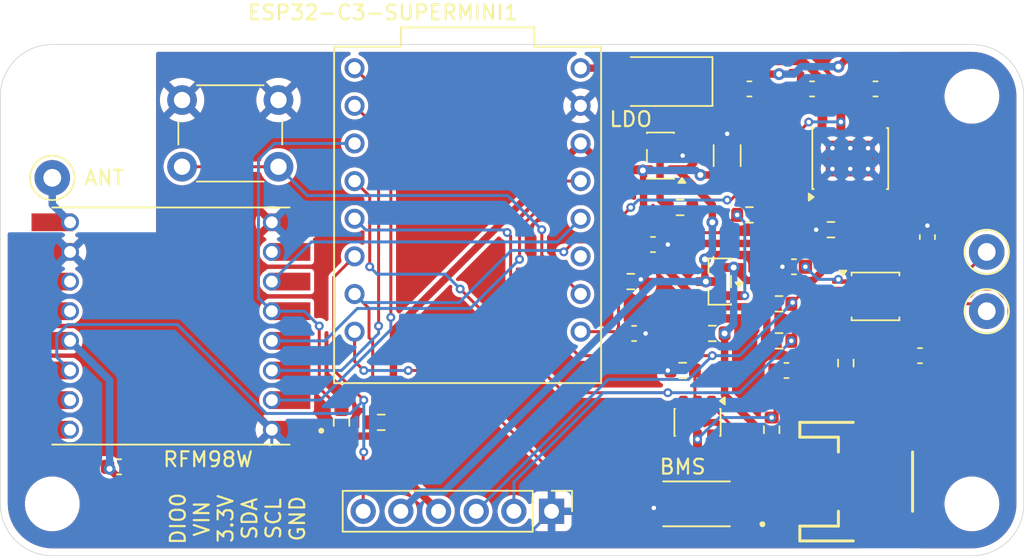
<source format=kicad_pcb>
(kicad_pcb (version 20241229) (generator "pcbnew") (generator_version "9.0")
  (layers (0 "F.Cu" signal) (2 "B.Cu" signal) (13 "F.Paste" user) (15 "B.Paste" user) (5 "F.SilkS" user "F.Silkscreen") (7 "B.SilkS" user "B.Silkscreen") (1 "F.Mask" user) (3 "B.Mask" user) (25 "Edge.Cuts" user))
  (net 0 "")
  (net 1 "3.3V")
  (net 2 "GND")
  (net 3 "ANT")
  (net 4 "V_IN")
  (net 5 "V_USB")
  (net 6 "BATT_PLUS")
  (net 7 "BATT_MINUS")
  (net 8 "LORA_MOSI")
  (net 9 "LORA_RST")
  (net 10 "LORA_MISO")
  (net 11 "LORA_NSS")
  (net 12 "LORA_SCK")
  (net 13 "LORA_DIO0")
  (net 14 "OD")
  (net 15 "OC")
  (net 16 "SDA")
  (net 17 "SCL")
  (net 18 "LRA-")
  (net 19 "LRA+")
  (net 23 "Net-(BATT_PROT1-VCC)")
  (net 25 "Net-(BATT_PROT1-CS)")
  (net 26 "Net-(BMS_FET1-Pad1)")
  (net 27 "Net-(LRA_DRV1-REG)")
  (net 28 "Net-(CHRG_MOD1-PROG)")
  (net 31 "CHRG")
  (net 33 "DRV_EN")
  (net 34 "Net-(ESP32-C3-SUPERMINI1-GPIO1)")
  (net 35 "Net-(ESP32-C3-SUPERMINI1-GPIO0)")
  (net 46 "Net-(MOSFET1-G)")
  (footprint "PCM_SparkFun-Resistor:R_0603_1608Metric" (layer "F.Cu") (at 123 79.5)
    (property "Reference" "R8")
    (property "Value" "100k")
  )
  (footprint "Package_SO:VSSOP-10_3x3mm_P0.5mm" (layer "F.Cu") (at 134 77)
    (property "Reference" "LRA_DRV1" (hide yes))
    (property "Value" "DRV2605LDGS" (hide yes))
  )
  (footprint "PCM_SparkFun-Resistor:R_0603_1608Metric" (layer "F.Cu") (at 117.5 76)
    (property "Reference" "R3")
    (property "Value" "100k")
  )
  (footprint "PCM_SparkFun-Resistor:R_0603_1608Metric" (layer "F.Cu") (at 131 72.5)
    (property "Reference" "R1")
    (property "Value" "2.0k")
  )
  (footprint "PCM_SparkFun-Capacitor:C_0603_1608Metric" (layer "F.Cu") (at 119 73.5)
    (property "Reference" "C7")
    (property "Value" "100nF")
  )
  (footprint "PCM_SparkFun-Resistor:R_0603_1608Metric" (layer "F.Cu") (at 120.825 71)
    (property "Reference" "R9")
    (property "Value" "10k")
  )
  (footprint "PCM_SparkFun-Capacitor:C_0603_1608Metric" (layer "F.Cu") (at 128.5 75 180)
    (property "Reference" "C8")
    (property "Value" "1.0uF")
  )
  (footprint "RFM98W-433S2:XCVR_RFM98W-433S2" (layer "F.Cu") (at 86.5 79 180)
    (property "Reference" "RFM98W")
    (property "Value" "RFM98W-433S2" (hide yes))
  )
  (footprint "MountingHole:MountingHole_3.2mm_M3" (layer "F.Cu") (at 140.5 91)
    (property "Reference" "MOUNT4" (hide yes))
    (property "Value" "MountingHole_M3" (hide yes))
  )
  (footprint "ESP32-C3_SUPERMINI_TH:MODULE_ESP32-C3_SUPERMINI_TH" (layer "F.Cu") (at 106.5 71.5)
    (property "Reference" "ESP32-C3-SUPERMINI1")
    (property "Value" "ESP32-C3_SUPERMINI_TH" (hide yes))
  )
  (footprint "Connector_Pin:Pin_D1.0mm_L10.0mm_LooseFit" (layer "F.Cu") (at 141.5 78 90)
    (property "Reference" "LRA+1" (hide yes))
    (property "Value" "PINHD_1x1_Male" (hide yes))
  )
  (footprint "MountingHole:MountingHole_3.2mm_M3" (layer "F.Cu") (at 78.5 63.5)
    (property "Reference" "MOUNT1" (hide yes))
    (property "Value" "MountingHole_M3" (hide yes))
  )
  (footprint "PCM_SparkFun-Capacitor:C_0603_1608Metric" (layer "F.Cu") (at 128 82)
    (property "Reference" "C9")
    (property "Value" "0.1uF")
  )
  (footprint "Button_Switch_THT:SW_PUSH_6mm" (layer "F.Cu") (at 87.25 63.75)
    (property "Reference" "INPT_BTN1" (hide yes))
    (property "Value" "Push_Button" (hide yes))
  )
  (footprint "PCM_SparkFun-Resistor:R_0603_1608Metric" (layer "F.Cu") (at 100.675 85.5)
    (property "Reference" "R12")
    (property "Value" "10k")
  )
  (footprint "PCM_SparkFun-Resistor:R_0603_1608Metric" (layer "F.Cu") (at 98 85.5 90)
    (property "Reference" "R2")
    (property "Value" "5.1k")
  )
  (footprint "Package_TO_SOT_SMD:SOT-23-5" (layer "F.Cu") (at 119.5 67.5 180)
    (property "Reference" "LDO")
    (property "Value" "XC6220B331MR" (hide yes))
  )
  (footprint "PCM_SparkFun-Capacitor:C_0603_1608Metric" (layer "F.Cu") (at 117.725 79.5 180)
    (property "Reference" "C10")
    (property "Value" "0.1uF")
  )
  (footprint "PCM_SparkFun-Resistor:R_0603_1608Metric" (layer "F.Cu") (at 132 81.5 90)
    (property "Reference" "R11")
    (property "Value" "100k")
  )
  (footprint "PCM_SparkFun-Resistor:R_0603_1608Metric" (layer "F.Cu") (at 125.5 71.5 180)
    (property "Reference" "R10")
    (property "Value" "100k")
  )
  (footprint "PCM_SparkFun-Capacitor:C_0603_1608Metric" (layer "F.Cu") (at 137.5 73 90)
    (property "Reference" "C11")
    (property "Value" "0.1uF")
  )
  (footprint "PCM_SparkFun-Resistor:R_0603_1608Metric" (layer "F.Cu") (at 121 82 180)
    (property "Reference" "R7")
    (property "Value" "1k")
  )
  (footprint "Connector_Pin:Pin_D1.0mm_L10.0mm_LooseFit" (layer "F.Cu") (at 78.5 69)
    (property "Reference" "ANT")
    (property "Value" "PINHD_1x1_Male" (hide yes))
  )
  (footprint "Diode_SMD:D_SMA" (layer "F.Cu") (at 119.5 62.5 180)
    (property "Reference" "SSD1" (hide yes))
    (property "Value" "SS14" (hide yes))
  )
  (footprint "Connector_Pin:Pin_D1.0mm_L10.0mm_LooseFit" (layer "F.Cu") (at 141.5 74)
    (property "Reference" "LRA-1" (hide yes))
    (property "Value" "PINHD_1x1_Male" (hide yes))
  )
  (footprint "PCM_SparkFun-Capacitor:C_0603_1608Metric" (layer "F.Cu") (at 134 63)
    (property "Reference" "C4")
    (property "Value" "10uF")
  )
  (footprint "Package_SO:SOIC-8-1EP_3.9x4.9mm_P1.27mm_EP2.41x3.3mm_ThermalVias" (layer "F.Cu") (at 132.3 67.7 90)
    (property "Reference" "CHRG_MOD1" (hide yes))
    (property "Value" "TP4056-42-ESOP8" (hide yes))
  )
  (footprint "PCM_SparkFun-Capacitor:C_0603_1608Metric" (layer "F.Cu") (at 83 88.5 180)
    (property "Reference" "C1")
    (property "Value" "10uF")
  )
  (footprint "PCM_SparkFun-Capacitor:C_1206_3216Metric" (layer "F.Cu") (at 124 67.5 -90)
    (property "Reference" "C6")
    (property "Value" "100uF")
  )
  (footprint "PCM_SparkFun-Resistor:R_0603_1608Metric" (layer "F.Cu") (at 127.5 77.5)
    (property "Reference" "R5")
    (property "Value" "4.7k")
  )
  (footprint "PCM_SparkFun-Capacitor:C_0603_1608Metric" (layer "F.Cu") (at 129.725 63)
    (property "Reference" "C3")
    (property "Value" "10uF")
  )
  (footprint "PCM_SparkFun-Resistor:R_0603_1608Metric" (layer "F.Cu") (at 127.5 80 180)
    (property "Reference" "R4")
    (property "Value" "4.7k")
  )
  (footprint "MountingHole:MountingHole_3.2mm_M3" (layer "F.Cu") (at 78.5 91)
    (property "Reference" "MOUNT3" (hide yes))
    (property "Value" "MountingHole_M3" (hide yes))
  )
  (footprint "PCM_SparkFun-Capacitor:C_0603_1608Metric" (layer "F.Cu") (at 125.5 63 180)
    (property "Reference" "C5")
    (property "Value" "10uF")
  )
  (footprint "PCM_SparkFun-Resistor:R_0603_1608Metric" (layer "F.Cu") (at 127 86 90)
    (property "Reference" "R6")
    (property "Value" "100")
  )
  (footprint "Package_TO_SOT_SMD:SOT-23" (layer "F.Cu") (at 123.5 76 180)
    (property "Reference" "MOSFET1" (hide yes))
    (property "Value" "AO3401A" (hide yes))
  )
  (footprint "PCM_SparkFun-Capacitor:C_0603_1608Metric" (layer "F.Cu") (at 137 81 180)
    (property "Reference" "C2")
    (property "Value" "10uF")
  )
  (footprint "MountingHole:MountingHole_3.2mm_M3" (layer "F.Cu") (at 140.5 63.5)
    (property "Reference" "MOUNT2" (hide yes))
    (property "Value" "MountingHole_M3" (hide yes))
  )
  (footprint "PCM_SparkFun-Connector:JST_1x02_P2.0mm_Horizontal_SMD" (layer "F.Cu") (at 133.5 89.5 -90)
    (property "Reference" "BATT_CON1")
    (property "Value" "JST_2mm_LiPo")
  )
  (footprint "FS8205A:SOP65P640X120-8N" (layer "F.Cu") (at 121.9357 91 180)
    (property "Reference" "BMS")
    (property "Value" "FS8205A" (hide yes))
  )
  (footprint "Package_TO_SOT_SMD:SOT-23-6" (layer "F.Cu") (at 122 85.5 -90)
    (property "Reference" "BATT_PROT1" (hide yes))
    (property "Value" "DW01A" (hide yes))
  )
  (footprint "Connector_PinHeader_2.54mm:PinHeader_1x06_P2.54mm_Vertical" (layer "F.Cu") (at 112.16 91.5 -90)
    (property "Reference" "DIO0" (hide yes))
    (property "Value" "PINHD_1x6_Male" (hide yes))
  )
  (gr_arc (start 144 91) (mid 142.974874 93.474874) (end 140.5 94.5) (stroke (width 0.05)) (layer "Edge.Cuts"))
  (gr_line (start 140.5 94.5) (end 78.5 94.5) (stroke (width 0.05)) (layer "Edge.Cuts"))
  (gr_line (start 78.5 60) (end 140.5 60) (stroke (width 0.05)) (layer "Edge.Cuts"))
  (gr_arc (start 140.5 60) (mid 142.974874 61.025126) (end 144 63.5) (stroke (width 0.05)) (layer "Edge.Cuts"))
  (gr_arc (start 75 63.5) (mid 76.025126 61.025126) (end 78.5 60) (stroke (width 0.05)) (layer "Edge.Cuts"))
  (gr_arc (start 78.5 94.5) (mid 76.025126 93.474874) (end 75 91) (stroke (width 0.05)) (layer "Edge.Cuts"))
  (gr_line (start 75 63.5) (end 75 91) (stroke (width 0.05)) (layer "Edge.Cuts"))
  (gr_line (start 144 63.5) (end 144 91) (stroke (width 0.05)) (layer "Edge.Cuts"))
  (gr_text "DIO0\nVIN\n3.3V\nSDA\nSCL\nGND" (at 91 92 90) (layer "F.SilkS") (effects (font (size 1 1))))
  (segment (start 101.5 88.46) (end 104.54 91.5) (width 0.5) (layer "F.Cu") (net 1))
  (segment (start 98.101 86.426) (end 98 86.325) (width 0.5) (layer "F.Cu") (net 1))
  (segment (start 101.5 85.5) (end 100.574 86.426) (width 0.5) (layer "F.Cu") (net 1))
  (segment (start 118.3625 68.45) (end 118.3625 73.3625) (width 0.5) (layer "F.Cu") (net 1))
  (segment (start 122.426 77.701) (end 126.474 77.701) (width 0.5) (layer "F.Cu") (net 1))
  (segment (start 126.675 77.5) (end 126.675 80) (width 0.5) (layer "F.Cu") (net 1))
  (segment (start 101.5 79.3) (end 101.5 85.5) (width 0.5) (layer "F.Cu") (net 1))
  (segment (start 118.3625 68.45) (end 118.3125 68.5) (width 0.5) (layer "F.Cu") (net 1))
  (segment (start 94.825 89.5) (end 83 89.5) (width 0.5) (layer "F.Cu") (net 1))
  (segment (start 98 86.325) (end 94.825 89.5) (width 0.5) (layer "F.Cu") (net 1))
  (segment (start 115.94 68.5) (end 114.12 66.68) (width 0.5) (layer "F.Cu") (net 1))
  (segment (start 101.5 85.5) (end 101.5 88.46) (width 0.5) (layer "F.Cu") (net 1))
  (segment (start 118.3625 73.3625) (end 118.225 73.5) (width 0.5) (layer "F.Cu") (net 1))
  (segment (start 122.194791 68.805209) (end 123.830209 68.805209) (width 0.5) (layer "F.Cu") (net 1))
  (segment (start 118.3125 68.5) (end 115.94 68.5) (width 0.5) (layer "F.Cu") (net 1))
  (segment (start 83 89.275) (end 82.225 88.5) (width 0.5) (layer "F.Cu") (net 1))
  (segment (start 82.225 88.5) (end 82.3625 88.6375) (width 0.5) (layer "F.Cu") (net 1))
  (segment (start 114.12 66.68) (end 101.5 79.3) (width 0.5) (layer "F.Cu") (net 1))
  (segment (start 83 89.5) (end 83 89.275) (width 0.5) (layer "F.Cu") (net 1))
  (segment (start 100.574 86.426) (end 98.101 86.426) (width 0.5) (layer "F.Cu") (net 1))
  (segment (start 126.474 77.701) (end 126.675 77.5) (width 0.5) (layer "F.Cu") (net 1))
  (segment (start 118.225 73.5) (end 122.426 77.701) (width 0.5) (layer "F.Cu") (net 1))
  (segment (start 123.830209 68.805209) (end 124 68.975) (width 0.5) (layer "F.Cu") (net 1))
  (via (at 118.3125 68.5) (size 0.8) (drill 0.4) (layers "F.Cu" "B.Cu") (net 1))
  (via (at 82.3625 88.6375) (size 0.8) (drill 0.4) (layers "F.Cu" "B.Cu") (net 1))
  (via (at 122.194791 68.805209) (size 0.8) (drill 0.4) (layers "F.Cu" "B.Cu") (net 1))
  (segment (start 82.3625 88.6375) (end 82.3625 82.6625) (width 0.5) (layer "B.Cu") (net 1))
  (segment (start 121.889582 68.5) (end 122.194791 68.805209) (width 0.5) (layer "B.Cu") (net 1))
  (segment (start 82.3625 82.6625) (end 79.7 80) (width 0.5) (layer "B.Cu") (net 1))
  (segment (start 118.3125 68.5) (end 121.889582 68.5) (width 0.5) (layer "B.Cu") (net 1))
  (segment (start 143.001 78.999) (end 141 81) (width 0.2) (layer "F.Cu") (net 2))
  (segment (start 140.878265 76.499) (end 142.121735 76.499) (width 0.2) (layer "F.Cu") (net 2))
  (segment (start 136.2 77) (end 140.377265 77) (width 0.2) (layer "F.Cu") (net 2))
  (segment (start 120.6375 67.5) (end 121 67.5) (width 0.2) (layer "F.Cu") (net 2))
  (segment (start 130.175 72.5) (end 130 72.5) (width 0.2) (layer "F.Cu") (net 2))
  (segment (start 120.175 82) (end 120 82) (width 0.2) (layer "F.Cu") (net 2))
  (segment (start 132.935 68.965) (end 133.5 68.4) (width 0.2) (layer "F.Cu") (net 2))
  (segment (start 132.935 70.175) (end 132.935 68.965) (width 0.2) (layer "F.Cu") (net 2))
  (segment (start 140.377265 77) (end 140.878265 76.499) (width 0.2) (layer "F.Cu") (net 2))
  (segment (start 143.001 77.378265) (end 143.001 78.999) (width 0.2) (layer "F.Cu") (net 2))
  (segment (start 141 81) (end 137.775 81) (width 0.2) (layer "F.Cu") (net 2))
  (segment (start 142.121735 76.499) (end 143.001 77.378265) (width 0.2) (layer "F.Cu") (net 2))
  (segment (start 119.775 73.5) (end 120 73.5) (width 0.2) (layer "F.Cu") (net 2))
  (segment (start 119.0557 91.275) (end 119.0557 90.675) (width 0.2) (layer "F.Cu") (net 2))
  (via (at 118.177665 75.852665) (size 0.6) (drill 0.3) (layers "F.Cu" "B.Cu") (net 2))
  (via (at 137.5 72.225) (size 0.6) (drill 0.3) (layers "F.Cu" "B.Cu") (net 2))
  (via (at 121 67.5) (size 0.6) (drill 0.3) (layers "F.Cu" "B.Cu") (net 2))
  (via (at 127.725 75) (size 0.6) (drill 0.3) (layers "F.Cu" "B.Cu") (net 2))
  (via (at 124 66.025) (size 0.6) (drill 0.3) (layers "F.Cu" "B.Cu") (net 2))
  (via (at 120 82) (size 0.6) (drill 0.3) (layers "F.Cu" "B.Cu") (net 2))
  (via (at 130 72.5) (size 0.6) (drill 0.3) (layers "F.Cu" "B.Cu") (net 2))
  (via (at 120 73.5) (size 0.6) (drill 0.3) (layers "F.Cu" "B.Cu") (net 2))
  (via (at 118.5 79.5) (size 0.6) (drill 0.3) (layers "F.Cu" "B.Cu") (net 2))
  (via (at 119.0557 91.275) (size 0.6) (drill 0.3) (layers "F.Cu" "B.Cu") (net 2))
  (segment (start 120 73.5) (end 120 74.03033) (width 0.2) (layer "B.Cu") (net 2))
  (segment (start 121 67.5) (end 122.475 66.025) (width 0.2) (layer "B.Cu") (net 2))
  (segment (start 122.475 66.025) (end 124 66.025) (width 0.2) (layer "B.Cu") (net 2))
  (segment (start 120 82) (end 118.5 80.5) (width 0.2) (layer "B.Cu") (net 2))
  (segment (start 111.009 92.651) (end 98.98324 92.651) (width 0.2) (layer "B.Cu") (net 2))
  (segment (start 93.3 86.96776) (end 93.3 86) (width 0.2) (layer "B.Cu") (net 2))
  (segment (start 98.98324 92.651) (end 93.3 86.96776) (width 0.2) (layer "B.Cu") (net 2))
  (segment (start 127.725 74.775) (end 127.725 75) (width 0.2) (layer "B.Cu") (net 2))
  (segment (start 120 74.03033) (end 118.177665 75.852665) (width 0.2) (layer "B.Cu") (net 2))
  (segment (start 118.8307 91.5) (end 119.0557 91.275) (width 0.2) (layer "B.Cu") (net 2))
  (segment (start 118.5 80.5) (end 118.5 79.5) (width 0.2) (layer "B.Cu") (net 2))
  (segment (start 112.16 91.5) (end 118.8307 91.5) (width 0.2) (layer "B.Cu") (net 2))
  (segment (start 130 72.5) (end 127.725 74.775) (width 0.2) (layer "B.Cu") (net 2))
  (segment (start 112.16 91.5) (end 111.009 92.651) (width 0.2) (layer "B.Cu") (net 2))
  (segment (start 133.5 68.225) (end 137.5 72.225) (width 0.2) (layer "B.Cu") (net 2))
  (segment (start 78.5 70.8) (end 79.7 72) (width 0.5) (layer "B.Cu") (net 3))
  (segment (start 78.5 69) (end 78.5 70.8) (width 0.5) (layer "B.Cu") (net 3))
  (segment (start 131.5 61.5) (end 132 61) (width 0.5) (layer "F.Cu") (net 4))
  (segment (start 127.5 62) (end 125.725 62) (width 0.5) (layer "F.Cu") (net 4))
  (segment (start 135 76.229044) (end 135 77.770956) (width 0.5) (layer "F.Cu") (net 4))
  (segment (start 132 61) (end 135.212242 61) (width 0.5) (layer "F.Cu") (net 4))
  (segment (start 136.5 62.287758) (end 136.5 72.775) (width 0.5) (layer "F.Cu") (net 4))
  (segment (start 121.5 65.6875) (end 120.6375 66.55) (width 0.5) (layer "F.Cu") (net 4))
  (segment (start 122.5 75.9375) (end 122.5625 76) (width 0.5) (layer "F.Cu") (net 4))
  (segment (start 135 77.770956) (end 135.330044 78.101) (width 0.5) (layer "F.Cu") (net 4))
  (segment (start 135.330044 78.101) (end 136.2 78.101) (width 0.5) (layer "F.Cu") (net 4))
  (segment (start 137.5 73.775) (end 137.5 74.7) (width 0.5) (layer "F.Cu") (net 4))
  (segment (start 123 70.8125) (end 123 72) (width 0.5) (layer "F.Cu") (net 4))
  (segment (start 125.725 62) (end 124.725 63) (width 0.5) (layer "F.Cu") (net 4))
  (segment (start 121.299999 68.45) (end 120.6375 68.45) (width 0.5) (layer "F.Cu") (net 4))
  (segment (start 120.6375 66.55) (end 121.2041 66.55) (width 0.5) (layer "F.Cu") (net 4))
  (segment (start 121.751 67.0969) (end 121.751 67.998999) (width 0.5) (layer "F.Cu") (net 4))
  (segment (start 136.5 72.775) (end 137.5 73.775) (width 0.5) (layer "F.Cu") (net 4))
  (segment (start 121.5 62.5) (end 124.225 62.5) (width 0.5) (layer "F.Cu") (net 4))
  (segment (start 121.751 67.998999) (end 121.299999 68.45) (width 0.5) (layer "F.Cu") (net 4))
  (segment (start 124.225 62.5) (end 124.725 63) (width 0.5) (layer "F.Cu") (net 4))
  (segment (start 135.330044 75.899) (end 135 76.229044) (width 0.5) (layer "F.Cu") (net 4))
  (segment (start 137.5 74.7) (end 136.301 75.899) (width 0.5) (layer "F.Cu") (net 4))
  (segment (start 136.225 81) (end 136.225 78.126) (width 0.5) (layer "F.Cu") (net 4))
  (segment (start 136.301 75.899) (end 135.330044 75.899) (width 0.5) (layer "F.Cu") (net 4))
  (segment (start 121.5 62.5) (end 121.5 65.6875) (width 0.5) (layer "F.Cu") (net 4))
  (segment (start 136.225 78.126) (end 136.2 78.101) (width 0.5) (layer "F.Cu") (net 4))
  (segment (start 120.6375 68.45) (end 123 70.8125) (width 0.5) (layer "F.Cu") (net 4))
  (segment (start 122.5 74.5) (end 122.5 75.9375) (width 0.5) (layer "F.Cu") (net 4))
  (segment (start 135.212242 61) (end 136.5 62.287758) (width 0.5) (layer "F.Cu") (net 4))
  (segment (start 121.2041 66.55) (end 121.751 67.0969) (width 0.5) (layer "F.Cu") (net 4))
  (via (at 123 72) (size 0.8) (drill 0.4) (layers "F.Cu" "B.Cu") (net 4))
  (via (at 122.5 74.5) (size 0.8) (drill 0.4) (layers "F.Cu" "B.Cu") (net 4))
  (via (at 127.5 62) (size 0.8) (drill 0.4) (layers "F.Cu" "B.Cu") (net 4))
  (via (at 131.5 61.5) (size 0.8) (drill 0.4) (layers "F.Cu" "B.Cu") (net 4))
  (via (at 122.5625 76) (size 0.8) (drill 0.4) (layers "F.Cu" "B.Cu") (net 4))
  (segment (start 123 74) (end 122.5 74.5) (width 0.5) (layer "B.Cu") (net 4))
  (segment (start 127.5 62) (end 128.5 62) (width 0.5) (layer "B.Cu") (net 4))
  (segment (start 129 61.5) (end 131.5 61.5) (width 0.5) (layer "B.Cu") (net 4))
  (segment (start 103.301 90.199) (end 102 91.5) (width 0.5) (layer "B.Cu") (net 4))
  (segment (start 104.891991 90.199) (end 103.301 90.199) (width 0.5) (layer "B.Cu") (net 4))
  (segment (start 122.5625 76) (end 119.090991 76) (width 0.5) (layer "B.Cu") (net 4))
  (segment (start 128.5 62) (end 129 61.5) (width 0.5) (layer "B.Cu") (net 4))
  (segment (start 123 72) (end 123 74) (width 0.5) (layer "B.Cu") (net 4))
  (segment (start 119.090991 76) (end 104.891991 90.199) (width 0.5) (layer "B.Cu") (net 4))
  (segment (start 120 71) (end 122.426 73.426) (width 0.5) (layer "F.Cu") (net 5))
  (segment (start 134.205 71.521196) (end 134.205 70.175) (width 0.5) (layer "F.Cu") (net 5))
  (segment (start 132.300196 73.426) (end 134.205 71.521196) (width 0.5) (layer "F.Cu") (net 5))
  (segment (start 117.5 62.5) (end 119.476 64.476) (width 0.5) (layer "F.Cu") (net 5))
  (segment (start 122.426 73.426) (end 132.300196 73.426) (width 0.5) (layer "F.Cu") (net 5))
  (segment (start 130.5 65.12) (end 130.395 65.225) (width 0.5) (layer "F.Cu") (net 5))
  (segment (start 114.12 61.6) (end 116.6 61.6) (width 0.5) (layer "F.Cu") (net 5))
  (segment (start 130.5 62.5) (end 130.5 63) (width 0.5) (layer "F.Cu") (net 5))
  (segment (start 119.476 64.476) (end 119.476 70.476) (width 0.5) (layer "F.Cu") (net 5))
  (segment (start 117.5 62.5) (end 118.851 61.149) (width 0.5) (layer "F.Cu") (net 5))
  (segment (start 130.5 63) (end 130.5 65.12) (width 0.5) (layer "F.Cu") (net 5))
  (segment (start 129.149 61.149) (end 130.5 62.5) (width 0.5) (layer "F.Cu") (net 5))
  (segment (start 119.476 70.476) (end 120 71) (width 0.5) (layer "F.Cu") (net 5))
  (segment (start 118.851 61.149) (end 129.149 61.149) (width 0.5) (layer "F.Cu") (net 5))
  (segment (start 116.6 61.6) (end 117.5 62.5) (width 0.5) (layer "F.Cu") (net 5))
  (segment (start 123.825 83.65) (end 123.825 79.5) (width 0.5) (layer "F.Cu") (net 6))
  (segment (start 129.8 90.5) (end 128 90.5) (width 0.5) (layer "F.Cu") (net 6))
  (segment (start 131.585242 74.127) (end 132.59056 74.127) (width 0.5) (layer "F.Cu") (net 6))
  (segment (start 134.956 71.76156) (end 134.956 65.976) (width 0.5) (layer "F.Cu") (net 6))
  (segment (start 125.3135 75.926) (end 129.786242 75.926) (width 0.5) (layer "F.Cu") (net 6))
  (segment (start 134.205 65.225) (end 134.205 63.98) (width 0.5) (layer "F.Cu") (net 6))
  (segment (start 132.59056 74.127) (end 134.956 71.76156) (width 0.5) (layer "F.Cu") (net 6))
  (segment (start 124.4375 75.05) (end 125.3135 75.926) (width 0.5) (layer "F.Cu") (net 6))
  (segment (start 127 89.5) (end 127 86.825) (width 0.5) (layer "F.Cu") (net 6))
  (segment (start 127 86.825) (end 123.825 83.65) (width 0.5) (layer "F.Cu") (net 6))
  (segment (start 128 90.5) (end 127 89.5) (width 0.5) (layer "F.Cu") (net 6))
  (segment (start 133.225 63) (end 133.5 63) (width 0.2) (layer "F.Cu") (net 6))
  (segment (start 129.786242 75.926) (end 131.585242 74.127) (width 0.5) (layer "F.Cu") (net 6))
  (segment (start 134.205 63.98) (end 133.225 63) (width 0.5) (layer "F.Cu") (net 6))
  (segment (start 134.956 65.976) (end 134.205 65.225) (width 0.5) (layer "F.Cu") (net 6))
  (via (at 124.4375 75.05) (size 0.8) (drill 0.4) (layers "F.Cu" "B.Cu") (net 6))
  (via (at 123.825 79.5) (size 0.8) (drill 0.4) (layers "F.Cu" "B.Cu") (net 6))
  (segment (start 124.4375 75.05) (end 124.4375 78.8875) (width 0.5) (layer "B.Cu") (net 6))
  (segment (start 124.4375 78.8875) (end 123.825 79.5) (width 0.5) (layer "B.Cu") (net 6))
  (segment (start 125.825 90.675) (end 126.601 91.451) (width 0.5) (layer "F.Cu") (net 7))
  (segment (start 124.8157 90.675) (end 124.8157 91.325) (width 0.5) (layer "F.Cu") (net 7))
  (segment (start 126.601 91.451) (end 132.551 91.451) (width 0.5) (layer "F.Cu") (net 7))
  (segment (start 129.8 83.025) (end 128.775 82) (width 0.5) (layer "F.Cu") (net 7))
  (segment (start 124.8157 90.675) (end 125.825 90.675) (width 0.5) (layer "F.Cu") (net 7))
  (segment (start 129.8 88.5) (end 129.8 83.025) (width 0.5) (layer "F.Cu") (net 7))
  (segment (start 122.95 90.2393) (end 123.3857 90.675) (width 0.5) (layer "F.Cu") (net 7))
  (segment (start 123.3857 90.675) (end 124.8157 90.675) (width 0.5) (layer "F.Cu") (net 7))
  (segment (start 131.502 88.5) (end 129.8 88.5) (width 0.5) (layer "F.Cu") (net 7))
  (segment (start 122.95 86.6375) (end 122.95 90.2393) (width 0.5) (layer "F.Cu") (net 7))
  (segment (start 132.551 89.549) (end 131.502 88.5) (width 0.5) (layer "F.Cu") (net 7))
  (segment (start 132.551 91.451) (end 132.551 89.549) (width 0.5) (layer "F.Cu") (net 7))
  (segment (start 100.5 65.76) (end 98.88 64.14) (width 0.2) (layer "F.Cu") (net 8))
  (segment (start 100.5 79) (end 100.5 65.76) (width 0.2) (layer "F.Cu") (net 8))
  (via (at 100.5 79) (size 0.6) (drill 0.3) (layers "F.Cu" "B.Cu") (net 8))
  (segment (start 93.3 82) (end 98 82) (width 0.2) (layer "B.Cu") (net 8))
  (segment (start 100.5 79.5) (end 100.5 79) (width 0.2) (layer "B.Cu") (net 8))
  (segment (start 98 82) (end 100.5 79.5) (width 0.2) (layer "B.Cu") (net 8))
  (segment (start 95.975 73.325) (end 112.555 73.325) (width 0.2) (layer "B.Cu") (net 9))
  (segment (start 112.555 73.325) (end 114.12 71.76) (width 0.2) (layer "B.Cu") (net 9))
  (segment (start 93.3 76) (end 95.975 73.325) (width 0.2) (layer "B.Cu") (net 9))
  (segment (start 101.324341 78.415) (end 101.324341 64.044341) (width 0.2) (layer "F.Cu") (net 10))
  (segment (start 101.324341 64.044341) (end 98.88 61.6) (width 0.2) (layer "F.Cu") (net 10))
  (via (at 101.324341 78.415) (size 0.6) (drill 0.3) (layers "F.Cu" "B.Cu") (net 10))
  (segment (start 96.5671 84) (end 101.324341 79.242759) (width 0.2) (layer "B.Cu") (net 10))
  (segment (start 101.324341 79.242759) (end 101.324341 78.415) (width 0.2) (layer "B.Cu") (net 10))
  (segment (start 93.3 84) (end 96.5671 84) (width 0.2) (layer "B.Cu") (net 10))
  (segment (start 96.5 83.175) (end 98 84.675) (width 0.2) (layer "F.Cu") (net 11))
  (segment (start 96.5 79) (end 96.5 83.175) (width 0.2) (layer "F.Cu") (net 11))
  (via (at 96.5 79) (size 0.6) (drill 0.3) (layers "F.Cu" "B.Cu") (net 11))
  (segment (start 93.480108 66.68) (end 98.88 66.68) (width 0.2) (layer "B.Cu") (net 11))
  (segment (start 96.5 79) (end 95.5 78) (width 0.2) (layer "B.Cu") (net 11))
  (segment (start 92.399 67.761108) (end 93.480108 66.68) (width 0.2) (layer "B.Cu") (net 11))
  (segment (start 93.3 78) (end 92.4 77.1) (width 0.2) (layer "B.Cu") (net 11))
  (segment (start 92.4 77.1) (end 92.4 67.762108) (width 0.2) (layer "B.Cu") (net 11))
  (segment (start 95.5 78) (end 93.3 78) (width 0.2) (layer "B.Cu") (net 11))
  (segment (start 92.4 67.762108) (end 92.399 67.761108) (width 0.2) (layer "B.Cu") (net 11))
  (segment (start 110 74.5) (end 110 72.386821) (width 0.2) (layer "F.Cu") (net 12))
  (segment (start 110 72.386821) (end 113.166821 69.22) (width 0.2) (layer "F.Cu") (net 12))
  (segment (start 113.166821 69.22) (end 114.12 69.22) (width 0.2) (layer "F.Cu") (net 12))
  (via (at 110 74.5) (size 0.6) (drill 0.3) (layers "F.Cu" "B.Cu") (net 12))
  (segment (start 106.685 77.815) (end 110 74.5) (width 0.2) (layer "B.Cu") (net 12))
  (segment (start 96.881141 80) (end 99.066141 77.815) (width 0.2) (layer "B.Cu") (net 12))
  (segment (start 93.3 80) (end 96.881141 80) (width 0.2) (layer "B.Cu") (net 12))
  (segment (start 99.066141 77.815) (end 106.685 77.815) (width 0.2) (layer "B.Cu") (net 12))
  (segment (start 99.5 84) (end 97.472178 81.972178) (width 0.2) (layer "F.Cu") (net 13))
  (segment (start 99.46 87.54) (end 99.46 91.5) (width 0.2) (layer "F.Cu") (net 13))
  (segment (start 99.5 87.5) (end 99.46 87.54) (width 0.2) (layer "F.Cu") (net 13))
  (segment (start 97.472178 81.972178) (end 97.472178 75.707822) (width 0.2) (layer "F.Cu") (net 13))
  (segment (start 97.472178 75.707822) (end 98.88 74.3) (width 0.2) (layer "F.Cu") (net 13))
  (via (at 99.5 84) (size 0.6) (drill 0.3) (layers "F.Cu" "B.Cu") (net 13))
  (via (at 99.5 87.5) (size 0.6) (drill 0.3) (layers "F.Cu" "B.Cu") (net 13))
  (segment (start 98.599 84.901) (end 92.926793 84.901) (width 0.2) (layer "B.Cu") (net 13))
  (segment (start 86.926793 78.901) (end 79.524793 78.901) (width 0.2) (layer "B.Cu") (net 13))
  (segment (start 78.799 81.099) (end 79.7 82) (width 0.2) (layer "B.Cu") (net 13))
  (segment (start 78.799 79.626793) (end 78.799 81.099) (width 0.2) (layer "B.Cu") (net 13))
  (segment (start 79.524793 78.901) (end 78.799 79.626793) (width 0.2) (layer "B.Cu") (net 13))
  (segment (start 99.5 84) (end 98.599 84.901) (width 0.2) (layer "B.Cu") (net 13))
  (segment (start 99.5 84) (end 99.5 87.5) (width 0.2) (layer "B.Cu") (net 13))
  (segment (start 92.926793 84.901) (end 86.926793 78.901) (width 0.2) (layer "B.Cu") (net 13))
  (segment (start 124.8157 86.2282) (end 124.8157 90.025) (width 0.2) (layer "F.Cu") (net 14))
  (segment (start 122.95 84.3625) (end 124.8157 86.2282) (width 0.2) (layer "F.Cu") (net 14))
  (segment (start 119.0557 86.3568) (end 119.0557 90.025) (width 0.2) (layer "F.Cu") (net 15))
  (segment (start 121.05 84.3625) (end 119.0557 86.3568) (width 0.2) (layer "F.Cu") (net 15))
  (segment (start 113 83.5) (end 106 76.5) (width 0.2) (layer "F.Cu") (net 16))
  (segment (start 120 83.5) (end 113 83.5) (width 0.2) (layer "F.Cu") (net 16))
  (segment (start 131.8 77) (end 131 77) (width 0.2) (layer "F.Cu") (net 16))
  (segment (start 99.9 75) (end 99.9 70.24) (width 0.2) (layer "F.Cu") (net 16))
  (segment (start 99.9 70.24) (end 98.88 69.22) (width 0.2) (layer "F.Cu") (net 16))
  (segment (start 128.325 79.675) (end 128.325 80) (width 0.2) (layer "F.Cu") (net 16))
  (segment (start 131 77) (end 128.325 79.675) (width 0.2) (layer "F.Cu") (net 16))
  (via (at 106 76.5) (size 0.6) (drill 0.3) (layers "F.Cu" "B.Cu") (net 16))
  (via (at 120 83.5) (size 0.6) (drill 0.3) (layers "F.Cu" "B.Cu") (net 16))
  (via (at 128.325 80) (size 0.6) (drill 0.3) (layers "F.Cu" "B.Cu") (net 16))
  (via (at 99.9 75) (size 0.6) (drill 0.3) (layers "F.Cu" "B.Cu") (net 16))
  (segment (start 105 75.5) (end 106 76.5) (width 0.2) (layer "B.Cu") (net 16))
  (segment (start 109.62 89.5271) (end 115.6471 83.5) (width 0.2) (layer "B.Cu") (net 16))
  (segment (start 109.62 91.5) (end 109.62 89.5271) (width 0.2) (layer "B.Cu") (net 16))
  (segment (start 100.4 75.5) (end 105 75.5) (width 0.2) (layer "B.Cu") (net 16))
  (segment (start 128.325 80) (end 124.825 83.5) (width 0.2) (layer "B.Cu") (net 16))
  (segment (start 115.6471 83.5) (end 120 83.5) (width 0.2) (layer "B.Cu") (net 16))
  (segment (start 124.825 83.5) (end 120 83.5) (width 0.2) (layer "B.Cu") (net 16))
  (segment (start 99.9 75) (end 100.4 75.5) (width 0.2) (layer "B.Cu") (net 16))
  (segment (start 114 81) (end 123 81) (width 0.2) (layer "F.Cu") (net 17))
  (segment (start 129.325 76.5) (end 128.325 77.5) (width 0.2) (layer "F.Cu") (net 17))
  (segment (start 109.170688 72.689973) (end 109.4 72.919285) (width 0.2) (layer "F.Cu") (net 17))
  (segment (start 109.4 76.4) (end 114 81) (width 0.2) (layer "F.Cu") (net 17))
  (segment (start 109.4 72.919285) (end 109.4 76.4) (width 0.2) (layer "F.Cu") (net 17))
  (segment (start 131.8 76.5) (end 129.325 76.5) (width 0.2) (layer "F.Cu") (net 17))
  (via (at 123 81) (size 0.6) (drill 0.3) (layers "F.Cu" "B.Cu") (net 17))
  (via (at 128.4125 77.4125) (size 0.6) (drill 0.3) (layers "F.Cu" "B.Cu") (net 17))
  (via (at 109.170688 72.689973) (size 0.6) (drill 0.3) (layers "F.Cu" "B.Cu") (net 17))
  (segment (start 109 72.519285) (end 99.639285 72.519285) (width 0.2) (layer "B.Cu") (net 17))
  (segment (start 109.170688 72.689973) (end 109 72.519285) (width 0.2) (layer "B.Cu") (net 17))
  (segment (start 121.399 82.601) (end 123 81) (width 0.2) (layer "B.Cu") (net 17))
  (segment (start 115.979 82.601) (end 121.399 82.601) (width 0.2) (layer "B.Cu") (net 17))
  (segment (start 128.4125 77.4125) (end 124.825 81) (width 0.2) (layer "B.Cu") (net 17))
  (segment (start 124.825 81) (end 123 81) (width 0.2) (layer "B.Cu") (net 17))
  (segment (start 107.08 91.5) (end 115.979 82.601) (width 0.2) (layer "B.Cu") (net 17))
  (segment (start 99.639285 72.519285) (end 98.88 71.76) (width 0.2) (layer "B.Cu") (net 17))
  (segment (start 139 76.5) (end 141.5 74) (width 0.2) (layer "F.Cu") (net 18))
  (segment (start 136.2 76.5) (end 139 76.5) (width 0.2) (layer "F.Cu") (net 18))
  (segment (start 136.2 77.5) (end 141 77.5) (width 0.2) (layer "F.Cu") (net 19))
  (segment (start 141 77.5) (end 141.5 78) (width 0.2) (layer "F.Cu") (net 19))
  (segment (start 127.225 84.95) (end 127 85.175) (width 0.2) (layer "F.Cu") (net 23))
  (segment (start 127.225 82) (end 127.225 84.95) (width 0.2) (layer "F.Cu") (net 23))
  (via (at 127 85.175) (size 0.6) (drill 0.3) (layers "F.Cu" "B.Cu") (net 23))
  (via (at 122 86.6375) (size 0.6) (drill 0.3) (layers "F.Cu" "B.Cu") (net 23))
  (segment (start 127 85.175) (end 123.4625 85.175) (width 0.2) (layer "B.Cu") (net 23))
  (segment (start 123.4625 85.175) (end 122 86.6375) (width 0.2) (layer "B.Cu") (net 23))
  (segment (start 121.825 84.1875) (end 122 84.3625) (width 0.2) (layer "F.Cu") (net 25))
  (segment (start 121.825 82) (end 121.825 84.1875) (width 0.2) (layer "F.Cu") (net 25))
  (segment (start 119.0557 91.975) (end 124.8157 91.975) (width 0.2) (layer "F.Cu") (net 26))
  (segment (start 131.8 76) (end 131.65 76) (width 0.2) (layer "F.Cu") (net 27))
  (segment (start 131.65 76) (end 131.5 75.85) (width 0.2) (layer "F.Cu") (net 27))
  (via (at 131.5 75.85) (size 0.6) (drill 0.3) (layers "F.Cu" "B.Cu") (net 27))
  (via (at 129.275 75) (size 0.6) (drill 0.3) (layers "F.Cu" "B.Cu") (net 27))
  (segment (start 131.5 75.85) (end 130.125 75.85) (width 0.2) (layer "B.Cu") (net 27))
  (segment (start 130.125 75.85) (end 129.275 75) (width 0.2) (layer "B.Cu") (net 27))
  (segment (start 131.825 70.335) (end 131.665 70.175) (width 0.2) (layer "F.Cu") (net 28))
  (segment (start 131.825 72.5) (end 131.825 70.335) (width 0.2) (layer "F.Cu") (net 28))
  (segment (start 117.5 71) (end 115.175 73.325) (width 0.2) (layer "F.Cu") (net 31))
  (segment (start 129.5 65.23616) (end 124.23616 70.5) (width 0.2) (layer "F.Cu") (net 31))
  (segment (start 113.657217 73.325) (end 112.985974 73.996243) (width 0.2) (layer "F.Cu") (net 31))
  (segment (start 99.85 85.5) (end 100.101 85.249) (width 0.2) (layer "F.Cu") (net 31))
  (segment (start 124.23616 70.5) (end 124 70.5) (width 0.2) (layer "F.Cu") (net 31))
  (segment (start 100.101 80.029859) (end 99.855 79.783859) (width 0.2) (layer "F.Cu") (net 31))
  (segment (start 115.175 73.325) (end 113.657217 73.325) (width 0.2) (layer "F.Cu") (net 31))
  (segment (start 99.855 77.815) (end 98.88 76.84) (width 0.2) (layer "F.Cu") (net 31))
  (segment (start 100.101 85.249) (end 100.101 80.029859) (width 0.2) (layer "F.Cu") (net 31))
  (segment (start 99.855 79.783859) (end 99.855 77.815) (width 0.2) (layer "F.Cu") (net 31))
  (segment (start 131.665 65.225) (end 131.665 64.335) (width 0.2) (layer "F.Cu") (net 31))
  (via (at 131.665 65.225) (size 0.6) (drill 0.3) (layers "F.Cu" "B.Cu") (net 31))
  (via (at 117.5 71) (size 0.6) (drill 0.3) (layers "F.Cu" "B.Cu") (net 31))
  (via (at 129.5 65.23616) (size 0.6) (drill 0.3) (layers "F.Cu" "B.Cu") (net 31))
  (via (at 112.985974 73.996243) (size 0.6) (drill 0.3) (layers "F.Cu" "B.Cu") (net 31))
  (via (at 124 70.5) (size 0.6) (drill 0.3) (layers "F.Cu" "B.Cu") (net 31))
  (segment (start 129.51116 65.225) (end 129.5 65.23616) (width 0.2) (layer "B.Cu") (net 31))
  (segment (start 131.665 65.225) (end 129.51116 65.225) (width 0.2) (layer "B.Cu") (net 31))
  (segment (start 124 70.5) (end 118 70.5) (width 0.2) (layer "B.Cu") (net 31))
  (segment (start 99.454 77.414) (end 98.88 76.84) (width 0.2) (layer "B.Cu") (net 31))
  (segment (start 105.935943 77.414) (end 99.454 77.414) (width 0.2) (layer "B.Cu") (net 31))
  (segment (start 109.450943 73.899) (end 105.935943 77.414) (width 0.2) (layer "B.Cu") (net 31))
  (segment (start 112.888731 73.899) (end 109.450943 73.899) (width 0.2) (layer "B.Cu") (net 31))
  (segment (start 112.985974 73.996243) (end 112.888731 73.899) (width 0.2) (layer "B.Cu") (net 31))
  (segment (start 118 70.5) (end 117.5 71) (width 0.2) (layer "B.Cu") (net 31))
  (segment (start 132.776 81.451) (end 132 80.675) (width 0.2) (layer "F.Cu") (net 33))
  (segment (start 132.776 88.994768) (end 132.776 81.451) (width 0.2) (layer "F.Cu") (net 33))
  (segment (start 115.825943 92.476) (end 132.305232 92.476) (width 0.2) (layer "F.Cu") (net 33))
  (segment (start 133.102 89.320768) (end 132.776 88.994768) (width 0.2) (layer "F.Cu") (net 33))
  (segment (start 132 78.2) (end 132 80.675) (width 0.2) (layer "F.Cu") (net 33))
  (segment (start 98.88 79.38) (end 98.88 81.38) (width 0.2) (layer "F.Cu") (net 33))
  (segment (start 98.88 81.38) (end 99.5 82) (width 0.2) (layer "F.Cu") (net 33))
  (segment (start 132.305232 92.476) (end 133.102 91.679232) (width 0.2) (layer "F.Cu") (net 33))
  (segment (start 133.102 91.679232) (end 133.102 89.320768) (width 0.2) (layer "F.Cu") (net 33))
  (segment (start 131.8 78) (end 132 78.2) (width 0.2) (layer "F.Cu") (net 33))
  (segment (start 105.349943 82) (end 115.825943 92.476) (width 0.2) (layer "F.Cu") (net 33))
  (segment (start 102.5 82) (end 105.349943 82) (width 0.2) (layer "F.Cu") (net 33))
  (via (at 99.5 82) (size 0.6) (drill 0.3) (layers "F.Cu" "B.Cu") (net 33))
  (via (at 102.5 82) (size 0.6) (drill 0.3) (layers "F.Cu" "B.Cu") (net 33))
  (segment (start 99.5 82) (end 102.5 82) (width 0.2) (layer "B.Cu") (net 33))
  (segment (start 87.25 68.25) (end 93.75 68.25) (width 0.2) (layer "F.Cu") (net 34))
  (segment (start 111.5 74.22) (end 114.12 76.84) (width 0.2) (layer "F.Cu") (net 34))
  (segment (start 111.5 72.5) (end 111.5 74.22) (width 0.2) (layer "F.Cu") (net 34))
  (via (at 111.5 72.5) (size 0.6) (drill 0.3) (layers "F.Cu" "B.Cu") (net 34))
  (segment (start 93.75 68.25) (end 95.695 70.195) (width 0.2) (layer "B.Cu") (net 34))
  (segment (start 109.195 70.195) (end 111.5 72.5) (width 0.2) (layer "B.Cu") (net 34))
  (segment (start 95.695 70.195) (end 109.195 70.195) (width 0.2) (layer "B.Cu") (net 34))
  (segment (start 116.675 76) (end 116.675 79.225) (width 0.2) (layer "F.Cu") (net 35))
  (segment (start 121.175 78.5) (end 122.175 79.5) (width 0.2) (layer "F.Cu") (net 35))
  (segment (start 116.83 79.38) (end 116.95 79.5) (width 0.2) (layer "F.Cu") (net 35))
  (segment (start 116.95 79.5) (end 117.95 78.5) (width 0.2) (layer "F.Cu") (net 35))
  (segment (start 114.12 79.38) (end 116.83 79.38) (width 0.2) (layer "F.Cu") (net 35))
  (segment (start 117.95 78.5) (end 121.175 78.5) (width 0.2) (layer "F.Cu") (net 35))
  (segment (start 116.675 79.225) (end 116.95 79.5) (width 0.2) (layer "F.Cu") (net 35))
  (segment (start 124.4375 76.95) (end 125.1865 76.95) (width 0.2) (layer "F.Cu") (net 46))
  (segment (start 125.1865 76.95) (end 125.1875 76.951) (width 0.2) (layer "F.Cu") (net 46))
  (segment (start 121.65 71.870768) (end 121.65 71) (width 0.2) (layer "F.Cu") (net 46))
  (segment (start 124.675 71.5) (end 123.474 72.701) (width 0.2) (layer "F.Cu") (net 46))
  (segment (start 123.474 72.701) (end 122.480232 72.701) (width 0.2) (layer "F.Cu") (net 46))
  (segment (start 122.480232 72.701) (end 121.65 71.870768) (width 0.2) (layer "F.Cu") (net 46))
  (via (at 125.1875 76.951) (size 0.6) (drill 0.3) (layers "F.Cu" "B.Cu") (net 46))
  (via (at 124.675 71.5) (size 0.6) (drill 0.3) (layers "F.Cu" "B.Cu") (net 46))
  (segment (start 125.1875 76.951) (end 125.1875 72.0125) (width 0.2) (layer "B.Cu") (net 46))
  (segment (start 125.1875 72.0125) (end 124.675 71.5) (width 0.2) (layer "B.Cu") (net 46))
  (zone (net 2) (net_name "GND") (layers "F.Cu" "B.Cu") (connect_pads (clearance 0.25)) (min_thickness 0.25) (fill yes (thermal_gap 0.5) (thermal_bridge_width 0.5))
    (polygon (pts (xy 78.5 60) (xy 140.5 60) (xy 142 60.5) (xy 143 61.5) (xy 143.5 62.5) (xy 144 64) (xy 144 91) (xy 143.5 92.5) (xy 142 94) (xy 140.5 94.5) (xy 79 94.5) (xy 76.5 93.5) (xy 75 91) (xy 75 63.5) (xy 76.5 61)))
  )
  (zone (net 0) (net_name "") (layers "F.Cu" "B.Cu") (name "KEEPOUT") (connect_pads (clearance 0)) (min_thickness 0.25)
    (keepout (tracks allowed) (vias not_allowed) (pads allowed) (copperpour not_allowed) (footprints allowed))
    (fill (thermal_gap 0.5) (thermal_bridge_width 0.5))
    (polygon (pts (xy 85.5 60.173422) (xy 85.5 72.673422) (xy 75 72.673422) (xy 75 60.173422)))
  )
)
</source>
